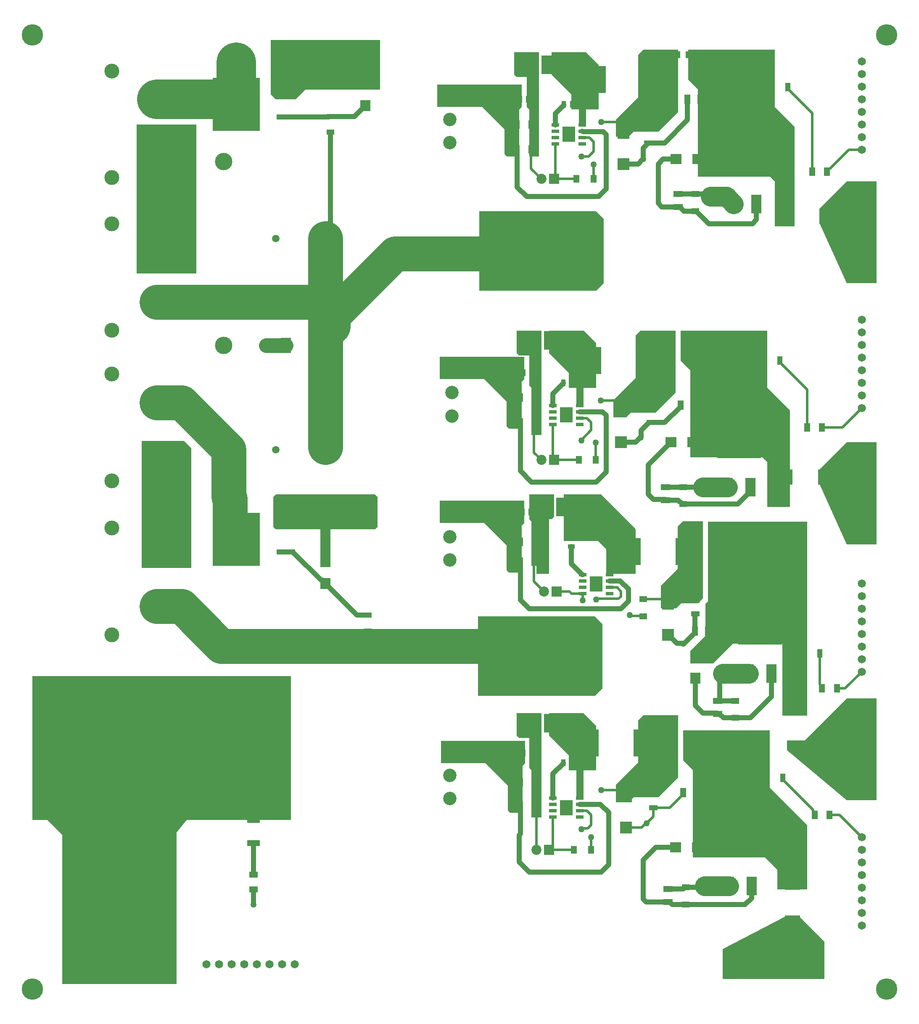
<source format=gtl>
G04*
G04 #@! TF.GenerationSoftware,Altium Limited,Altium Designer,23.1.1 (15)*
G04*
G04 Layer_Physical_Order=1*
G04 Layer_Color=255*
%FSLAX44Y44*%
%MOMM*%
G71*
G04*
G04 #@! TF.SameCoordinates,0EA7A712-66D5-4987-9214-F4AEDCE7AAE5*
G04*
G04*
G04 #@! TF.FilePolarity,Positive*
G04*
G01*
G75*
%ADD15R,2.6416X1.1938*%
%ADD16R,2.4300X2.3700*%
%ADD17R,1.7000X1.1500*%
%ADD18R,1.1500X1.7000*%
%ADD19R,1.0700X1.8200*%
%ADD20R,1.2500X1.5500*%
%ADD21R,1.5500X1.2500*%
%ADD22R,1.9200X1.3000*%
%ADD23R,1.3000X1.9200*%
%ADD24R,2.1500X2.2500*%
%ADD25R,11.6800X2.1600*%
%ADD26R,8.8900X7.0100*%
%ADD27R,2.0300X3.8100*%
%ADD28R,1.5250X0.6500*%
%ADD29R,2.6000X3.1000*%
%ADD30R,1.5000X1.0000*%
%ADD31R,3.8000X1.0500*%
%ADD32R,9.4500X10.6700*%
%ADD33R,2.0000X3.0500*%
%ADD34R,0.9100X1.3900*%
%ADD35R,0.8900X1.4200*%
%ADD36R,2.9000X5.4000*%
%ADD37R,2.2500X2.1500*%
%ADD38R,1.5400X1.6000*%
%ADD39R,5.0600X3.8000*%
%ADD40R,1.0500X1.8000*%
%ADD41R,1.7800X1.0400*%
%ADD42R,1.3900X0.9100*%
%ADD43R,3.0500X2.0000*%
%ADD84C,4.0000*%
%ADD85C,7.0000*%
%ADD86C,1.0000*%
%ADD87C,8.0000*%
%ADD88C,0.5000*%
%ADD89C,2.0000*%
%ADD90C,3.0000*%
%ADD91C,3.5000*%
%ADD92C,1.6500*%
%ADD93C,4.3000*%
%ADD94R,3.3000X3.3000*%
%ADD95C,3.3000*%
%ADD96C,3.0000*%
%ADD97R,1.5000X1.5000*%
%ADD98C,1.5000*%
%ADD99C,2.7000*%
%ADD100R,2.0250X2.0250*%
%ADD101C,2.0250*%
%ADD102C,0.6000*%
%ADD103C,1.2700*%
%ADD104C,2.5400*%
G36*
X740000Y1850000D02*
X590000D01*
X570000Y1830000D01*
X530000D01*
X520000Y1840000D01*
Y1950000D01*
X740000D01*
Y1850000D01*
D02*
G37*
G36*
X1180000Y1900000D02*
Y1810000D01*
X1155000D01*
Y1775000D01*
X1140000D01*
Y1810000D01*
X1125000D01*
Y1840000D01*
X1125000D01*
X1085000Y1880000D01*
Y1925000D01*
X1155000D01*
X1180000Y1900000D01*
D02*
G37*
G36*
X1340000Y1805000D02*
X1300000Y1765000D01*
X1250000D01*
Y1765000D01*
X1240000Y1755000D01*
X1215000D01*
Y1790000D01*
X1260000Y1835000D01*
Y1920000D01*
X1270000Y1930000D01*
X1340000D01*
Y1805000D01*
D02*
G37*
G36*
X1060000Y1715000D02*
X1040000D01*
Y1810000D01*
X1035000Y1815000D01*
Y1875000D01*
X1015000D01*
X1010000Y1880000D01*
Y1925000D01*
X1060000D01*
Y1715000D01*
D02*
G37*
G36*
X1025000Y1815000D02*
X1020000Y1810000D01*
Y1715000D01*
X995000D01*
X990000Y1720000D01*
Y1770000D01*
X945000Y1815000D01*
X855000D01*
Y1860000D01*
X1025000D01*
Y1815000D01*
D02*
G37*
G36*
X1535000D02*
X1575000Y1775000D01*
Y1580000D01*
Y1575000D01*
X1535000D01*
Y1665000D01*
X1525000Y1675000D01*
X1380000D01*
Y1850000D01*
X1360000Y1870000D01*
Y1930000D01*
X1535000D01*
Y1815000D01*
D02*
G37*
G36*
X370000Y1480000D02*
X250000D01*
Y1780000D01*
X370000D01*
Y1480000D01*
D02*
G37*
G36*
X1740000Y1460000D02*
X1680000D01*
X1625000Y1580000D01*
Y1610000D01*
X1680000Y1665000D01*
X1740000D01*
Y1460000D01*
D02*
G37*
G36*
X1190000Y1590000D02*
Y1460000D01*
X1175000Y1445000D01*
X940000D01*
Y1605000D01*
X1175000D01*
X1190000Y1590000D01*
D02*
G37*
G36*
X1175000Y1340000D02*
Y1250000D01*
X1150000D01*
Y1215000D01*
X1135000D01*
Y1250000D01*
X1120000D01*
Y1280000D01*
X1120000D01*
X1080000Y1320000D01*
Y1365000D01*
X1150000D01*
X1175000Y1340000D01*
D02*
G37*
G36*
X1335000Y1240000D02*
X1295000Y1200000D01*
X1245000D01*
Y1200000D01*
X1235000Y1190000D01*
X1210000D01*
Y1225000D01*
X1255000Y1270000D01*
Y1355000D01*
X1265000Y1365000D01*
X1335000D01*
Y1240000D01*
D02*
G37*
G36*
X1030000Y1267500D02*
X1025000Y1262500D01*
Y1167500D01*
X1000000D01*
X995000Y1172500D01*
Y1222500D01*
X950000Y1267500D01*
X860000D01*
Y1312500D01*
X1030000D01*
Y1267500D01*
D02*
G37*
G36*
X1065000Y1155000D02*
X1045000D01*
Y1250000D01*
X1040000Y1255000D01*
Y1315000D01*
X1030451D01*
X1030000Y1315090D01*
X1019910D01*
X1015000Y1320000D01*
Y1365000D01*
X1065000D01*
Y1155000D01*
D02*
G37*
G36*
X1520000Y1250000D02*
X1565000Y1205000D01*
Y1010000D01*
X1520000D01*
Y1100000D01*
X1510000Y1110000D01*
X1365000D01*
Y1285000D01*
X1345000Y1305000D01*
Y1365000D01*
X1520000D01*
Y1250000D01*
D02*
G37*
G36*
X735000Y1030000D02*
Y970000D01*
X730000Y965000D01*
X530000D01*
X525000Y970000D01*
X525000Y1030000D01*
X530000Y1035000D01*
X730000D01*
X735000Y1030000D01*
D02*
G37*
G36*
X1740000Y935000D02*
X1680000D01*
X1625000Y1055000D01*
Y1085000D01*
X1680000Y1140000D01*
X1740000D01*
Y935000D01*
D02*
G37*
G36*
X345000Y1142500D02*
X360000Y1127500D01*
Y887500D01*
X260000D01*
Y1142500D01*
X345000D01*
Y1142500D01*
D02*
G37*
G36*
X1030000Y977500D02*
X1025000Y972500D01*
Y877500D01*
X1000000D01*
X995000Y882500D01*
Y932500D01*
X950000Y977500D01*
X860000D01*
Y1022500D01*
X1030000D01*
Y977500D01*
D02*
G37*
G36*
X1255000Y965000D02*
Y875000D01*
X1195000D01*
Y925000D01*
X1178600Y941400D01*
X1110000D01*
Y1035000D01*
X1185000D01*
X1255000Y965000D01*
D02*
G37*
G36*
X1090000Y990000D02*
X1085000Y985000D01*
X1080000D01*
Y875000D01*
X1055139D01*
Y900000D01*
X1054748Y901966D01*
X1053634Y903634D01*
X1051966Y904748D01*
X1050000Y905139D01*
X1048034Y904748D01*
X1046366Y903634D01*
X1046270Y903489D01*
X1045000Y903875D01*
Y980000D01*
X1040000Y985000D01*
Y1035000D01*
X1090000D01*
Y990000D01*
D02*
G37*
G36*
X1390000Y826321D02*
X1379468Y815789D01*
X1345789D01*
X1335789Y805789D01*
X1305000D01*
Y851321D01*
X1339468Y885789D01*
Y970789D01*
X1349468Y980789D01*
X1390000D01*
Y826321D01*
D02*
G37*
G36*
X1187500Y775000D02*
Y645000D01*
X1172500Y630000D01*
X937500D01*
Y790000D01*
X1172500D01*
X1187500Y775000D01*
D02*
G37*
G36*
X1600000Y590000D02*
X1550000D01*
Y735000D01*
X1450000D01*
X1410000Y695000D01*
X1365000D01*
Y720000D01*
X1395000Y750000D01*
Y815000D01*
X1400000Y820000D01*
Y980000D01*
X1600000D01*
Y590000D01*
D02*
G37*
G36*
X1175000Y570000D02*
Y480000D01*
X1150000D01*
Y424050D01*
X1135000D01*
Y480000D01*
X1120000D01*
X1120000Y510000D01*
X1080000Y550000D01*
Y595000D01*
X1150000D01*
X1175000Y570000D01*
D02*
G37*
G36*
X1740000Y420000D02*
X1680000D01*
X1560000Y520000D01*
Y540000D01*
X1595000D01*
X1680000Y625000D01*
X1740000D01*
Y420000D01*
D02*
G37*
G36*
X1339978Y465752D02*
X1299978Y425752D01*
X1249978D01*
Y425752D01*
X1239978Y415752D01*
X1214978D01*
Y450752D01*
X1259978Y495752D01*
Y580752D01*
X1269978Y590752D01*
X1339978D01*
Y465752D01*
D02*
G37*
G36*
X1032165Y494132D02*
X1027165Y489132D01*
Y394132D01*
X1002165D01*
X997165Y399132D01*
Y449132D01*
X952165Y494132D01*
X862165D01*
Y539132D01*
X1032165D01*
Y494132D01*
D02*
G37*
G36*
X1065000Y385000D02*
X1045000D01*
Y480000D01*
X1040000Y485000D01*
Y545000D01*
X1020000D01*
X1015000Y550000D01*
Y595000D01*
X1065000D01*
Y385000D01*
D02*
G37*
G36*
X1525000Y445000D02*
X1600000Y370000D01*
Y240000D01*
X1540000D01*
Y280000D01*
X1515000Y305000D01*
X1370000D01*
Y480000D01*
X1350000Y500000D01*
Y560000D01*
X1525000D01*
Y445000D01*
D02*
G37*
G36*
X1635000Y135000D02*
Y60000D01*
X1430000D01*
Y120000D01*
X1555000Y185000D01*
X1585000D01*
X1635000Y135000D01*
D02*
G37*
G36*
X560000Y380000D02*
X350000D01*
X330000Y355000D01*
Y50000D01*
X100000D01*
X100000Y350000D01*
X70000Y380000D01*
X40000D01*
Y670000D01*
X560000D01*
Y380000D01*
D02*
G37*
D15*
X485000D02*
D03*
Y333264D02*
D03*
D16*
X1225000Y1140000D02*
D03*
Y1202400D02*
D03*
X1320000Y752600D02*
D03*
Y815000D02*
D03*
X1230000Y1762400D02*
D03*
Y1700000D02*
D03*
X1235000Y427400D02*
D03*
Y365000D02*
D03*
D17*
X485000Y240000D02*
D03*
Y270000D02*
D03*
D18*
X1660000Y645000D02*
D03*
X1630000D02*
D03*
X1610000Y1685000D02*
D03*
X1640000D02*
D03*
X1600000Y1170000D02*
D03*
X1630000D02*
D03*
X1615000Y390000D02*
D03*
X1645000D02*
D03*
D19*
X1050000Y900000D02*
D03*
X1022400D02*
D03*
X1050000Y410000D02*
D03*
X1022400D02*
D03*
X1016200Y1730000D02*
D03*
X1043800D02*
D03*
X1016200Y1780000D02*
D03*
X1043800D02*
D03*
X1022400Y1180000D02*
D03*
X1050000D02*
D03*
X1022400Y1230000D02*
D03*
X1050000D02*
D03*
X1022400Y940000D02*
D03*
X1050000D02*
D03*
X1022400Y455000D02*
D03*
X1050000D02*
D03*
D20*
X1130000Y320000D02*
D03*
X1164500D02*
D03*
X1140000Y1105000D02*
D03*
X1174500D02*
D03*
X1135000Y1670000D02*
D03*
X1169500D02*
D03*
D21*
X1375000Y1639500D02*
D03*
Y1605000D02*
D03*
X1350000Y1050000D02*
D03*
Y1015500D02*
D03*
X1270000Y790000D02*
D03*
Y824500D02*
D03*
X1455000Y620000D02*
D03*
Y585500D02*
D03*
X1355000Y244500D02*
D03*
Y210000D02*
D03*
D22*
X1340000Y1640000D02*
D03*
Y1613800D02*
D03*
X1315000Y1050000D02*
D03*
Y1023800D02*
D03*
X1420000Y620000D02*
D03*
Y593800D02*
D03*
X1320000Y241200D02*
D03*
Y215000D02*
D03*
D23*
X1373800Y760000D02*
D03*
X1400000D02*
D03*
X1376200Y435000D02*
D03*
X1350000D02*
D03*
X1371200Y1215000D02*
D03*
X1345000D02*
D03*
X1385000Y1830000D02*
D03*
X1358800D02*
D03*
D24*
X1375000Y665000D02*
D03*
Y709000D02*
D03*
X710000Y1818000D02*
D03*
Y1862000D02*
D03*
X630000Y856000D02*
D03*
Y900000D02*
D03*
D25*
X1505000Y813950D02*
D03*
X1475000Y1758950D02*
D03*
X1462850Y1189050D02*
D03*
X1465000Y385850D02*
D03*
D26*
X1505000Y768100D02*
D03*
X1475000Y1713100D02*
D03*
X1462850Y1143200D02*
D03*
X1465000Y340000D02*
D03*
D27*
X1527850Y674900D02*
D03*
X1482150D02*
D03*
X1452150Y1619900D02*
D03*
X1497850D02*
D03*
X1440000Y1050000D02*
D03*
X1485700D02*
D03*
X1442150Y246800D02*
D03*
X1487850D02*
D03*
D28*
X1092880Y1779050D02*
D03*
Y1766350D02*
D03*
Y1753650D02*
D03*
Y1740950D02*
D03*
X1147120D02*
D03*
Y1753650D02*
D03*
Y1766350D02*
D03*
Y1779050D02*
D03*
X1087880Y1214050D02*
D03*
Y1201350D02*
D03*
Y1188650D02*
D03*
Y1175950D02*
D03*
X1142120D02*
D03*
Y1188650D02*
D03*
Y1201350D02*
D03*
Y1214050D02*
D03*
X1147880Y874050D02*
D03*
Y861350D02*
D03*
Y848650D02*
D03*
Y835950D02*
D03*
X1202120D02*
D03*
Y848650D02*
D03*
Y861350D02*
D03*
Y874050D02*
D03*
X1087880Y424050D02*
D03*
Y411350D02*
D03*
Y398650D02*
D03*
Y385950D02*
D03*
X1142120D02*
D03*
Y398650D02*
D03*
Y411350D02*
D03*
Y424050D02*
D03*
D29*
X1120000Y1760000D02*
D03*
X1115000Y1195000D02*
D03*
X1175000Y855000D02*
D03*
X1115000Y405000D02*
D03*
D30*
X715000Y760000D02*
D03*
Y792000D02*
D03*
X640000Y1796000D02*
D03*
Y1764000D02*
D03*
D31*
X550000Y1794600D02*
D03*
Y1845400D02*
D03*
Y919600D02*
D03*
Y970400D02*
D03*
D32*
X450000Y1820000D02*
D03*
Y945000D02*
D03*
D33*
X550000Y1335000D02*
D03*
X622000D02*
D03*
X1635000Y1595000D02*
D03*
X1563000D02*
D03*
X1632000Y1070000D02*
D03*
X1560000D02*
D03*
D34*
X1110000Y1820000D02*
D03*
X1126400D02*
D03*
X1021800Y1830000D02*
D03*
X1038200D02*
D03*
X1108600Y1260000D02*
D03*
X1125000D02*
D03*
X1028600Y1280000D02*
D03*
X1045000D02*
D03*
X1026800Y1000000D02*
D03*
X1043200D02*
D03*
X1108600Y495000D02*
D03*
X1125000D02*
D03*
X1028600Y515000D02*
D03*
X1045000D02*
D03*
D35*
X1340300Y1920000D02*
D03*
X1359700D02*
D03*
X1330000Y1355000D02*
D03*
X1349400D02*
D03*
X1385300Y970000D02*
D03*
X1404700D02*
D03*
X1335000Y530000D02*
D03*
X1354400D02*
D03*
D36*
X1180000Y1870000D02*
D03*
X1279000D02*
D03*
X1171000Y1305000D02*
D03*
X1270000D02*
D03*
X1250000Y920000D02*
D03*
X1349000D02*
D03*
X1165500Y535000D02*
D03*
X1264500D02*
D03*
D37*
X1380000Y1710000D02*
D03*
X1336000D02*
D03*
X1370000Y1140000D02*
D03*
X1326000D02*
D03*
X1379000Y325000D02*
D03*
X1335000D02*
D03*
D38*
X1051000Y1889350D02*
D03*
Y1910650D02*
D03*
X1056000Y1334350D02*
D03*
Y1355650D02*
D03*
X1081000Y999350D02*
D03*
Y1020650D02*
D03*
X1056000Y564350D02*
D03*
Y585650D02*
D03*
D39*
X1090000Y1900000D02*
D03*
X1095000Y1345000D02*
D03*
X1120000Y1010000D02*
D03*
X1095000Y575000D02*
D03*
D40*
X1530000Y1855000D02*
D03*
X1561000D02*
D03*
X1514000Y1305000D02*
D03*
X1545000D02*
D03*
X1594000Y715000D02*
D03*
X1625000D02*
D03*
X1519500Y465000D02*
D03*
X1550500D02*
D03*
D41*
X1280000Y1770000D02*
D03*
Y1742600D02*
D03*
X1285000Y1207400D02*
D03*
Y1180000D02*
D03*
X1375000Y822400D02*
D03*
Y795000D02*
D03*
X1290000Y432400D02*
D03*
Y405000D02*
D03*
D42*
X1125000Y930000D02*
D03*
Y946400D02*
D03*
D43*
X1575000Y530000D02*
D03*
Y602000D02*
D03*
X1570000Y178000D02*
D03*
Y250000D02*
D03*
D84*
X1390000Y1050000D02*
X1440000D01*
X1430100Y674900D02*
X1482150D01*
X1393200Y246800D02*
X1442150D01*
X1430000Y1635000D02*
X1437050D01*
X1405000D02*
X1430000D01*
X1437050D02*
X1452150Y1619900D01*
D85*
X970000Y1525000D02*
X1045000D01*
X630000Y1130000D02*
Y1358000D01*
X420000Y730000D02*
X980000D01*
X340000Y810000D02*
X420000Y730000D01*
X290000Y810000D02*
X340000D01*
X437750Y957250D02*
X450000Y945000D01*
X437750Y957250D02*
Y1027250D01*
X435000Y1030000D02*
X437750Y1027250D01*
X340000Y1220000D02*
X435000Y1125000D01*
Y1030000D02*
Y1125000D01*
X290000Y1220000D02*
X340000D01*
X657700Y1407300D02*
X770400Y1520000D01*
X630000Y1358000D02*
X645000Y1373000D01*
X630000Y1358000D02*
Y1410400D01*
X642300Y1422700D01*
X340000D02*
X642300D01*
X290000D02*
X340000D01*
X630000Y1435000D02*
X642300Y1422700D01*
X630000Y1435000D02*
Y1550000D01*
X645000Y1373000D02*
Y1420000D01*
X770400Y1520000D02*
X965000D01*
X970000Y1525000D01*
D86*
X485000Y270000D02*
Y333264D01*
X1475000Y210000D02*
X1487850Y222850D01*
Y246800D01*
X1355000Y210000D02*
X1475000D01*
X1323100Y215000D02*
X1328100Y210000D01*
X1320000Y215000D02*
X1323100D01*
X1328100Y210000D02*
X1355000D01*
X1275858Y215000D02*
X1320000D01*
X1270000Y220858D02*
Y300000D01*
Y220858D02*
X1275858Y215000D01*
X1295000Y325000D02*
X1335000D01*
X1270000Y300000D02*
X1295000Y325000D01*
X1350200Y241200D02*
X1353500Y244500D01*
X1320000Y241200D02*
X1350200D01*
X1353500Y244500D02*
X1355000D01*
X1355250Y244750D01*
X1389750D01*
X1390000Y245000D01*
X1020000Y349425D02*
X1022400Y351825D01*
X1020000Y295000D02*
Y349425D01*
X1022400Y351825D02*
Y410000D01*
X1040000Y275000D02*
X1185000D01*
X1020000Y295000D02*
X1040000Y275000D01*
X1185000D02*
X1200000Y290000D01*
Y395000D01*
X1183650Y411350D02*
X1200000Y395000D01*
X1142120Y411350D02*
X1183650D01*
X1054600Y394600D02*
X1055000Y395000D01*
X1087880Y424050D02*
Y472780D01*
X1108600Y493500D02*
Y495000D01*
X1087880Y472780D02*
X1108600Y493500D01*
X1423919Y621500D02*
Y674832D01*
X1424435Y675349D01*
X1422419Y620000D02*
X1423919Y621500D01*
X1420000Y620000D02*
X1422419D01*
X1455000D01*
X1485500Y585500D02*
X1527850Y627850D01*
Y674900D01*
X1455000Y585500D02*
X1485500D01*
X1431400D02*
X1455000D01*
X1420000Y593800D02*
X1423100D01*
X1431400Y585500D01*
X1390000Y595000D02*
X1418800D01*
X1420000Y593800D01*
X1375000Y610000D02*
X1390000Y595000D01*
X1375000Y610000D02*
Y665000D01*
X1374000Y795000D02*
X1375000D01*
X1373800Y760000D02*
Y794800D01*
X1374000Y795000D01*
X1352417Y735517D02*
X1373800Y756900D01*
X1350517Y735517D02*
X1352417D01*
X1350000Y735000D02*
X1350517Y735517D01*
X1373800Y756900D02*
Y760000D01*
X1320300Y752600D02*
X1337383Y735517D01*
X1349483D02*
X1350000Y735000D01*
X1320000Y752600D02*
X1320300D01*
X1337383Y735517D02*
X1349483D01*
X1202120Y861350D02*
X1223650D01*
X1240000Y845000D01*
Y820000D02*
Y845000D01*
X1225000Y805000D02*
X1240000Y820000D01*
X1040000Y805000D02*
X1225000D01*
X1022400Y822600D02*
X1040000Y805000D01*
X1022400Y822600D02*
Y900000D01*
X1125000Y896055D02*
X1147005Y874050D01*
X1147880D01*
X1125000Y896055D02*
Y930000D01*
X1313100Y1180000D02*
X1345000Y1211900D01*
X1285000Y1180000D02*
X1313100D01*
X1345000Y1211900D02*
Y1215000D01*
X1264269Y1150000D02*
X1265000D01*
X1225000Y1140000D02*
X1254269D01*
X1264269Y1150000D01*
X1265517Y1164217D02*
X1281300Y1180000D01*
X1265517Y1150517D02*
Y1164217D01*
X1265000Y1150000D02*
X1265517Y1150517D01*
X1281300Y1180000D02*
X1285000D01*
X1350000Y1050000D02*
X1390000D01*
X1313800Y1025000D02*
X1315000Y1023800D01*
X1290000Y1025000D02*
X1313800D01*
X1280000Y1035000D02*
X1290000Y1025000D01*
X1280000Y1094500D02*
X1325500Y1140000D01*
X1280000Y1035000D02*
Y1094500D01*
X1325500Y1140000D02*
X1326000D01*
X1315000Y1023800D02*
X1340200D01*
X1348500Y1015500D01*
X1350000D01*
X1460100D01*
X1485700Y1041100D02*
Y1050000D01*
X1460100Y1015500D02*
X1485700Y1041100D01*
X1315000Y1050000D02*
X1350000D01*
X1142120Y1201350D02*
X1187792D01*
X1195000Y1194142D01*
Y1080000D02*
Y1194142D01*
X1175000Y1060000D02*
X1195000Y1080000D01*
X1045000Y1060000D02*
X1175000D01*
X1022400Y1082600D02*
X1045000Y1060000D01*
X1022400Y1082600D02*
Y1180000D01*
X1087880Y1237780D02*
X1108600Y1258500D01*
Y1260000D01*
X1087880Y1214050D02*
Y1237780D01*
X630000Y855500D02*
Y856000D01*
Y855500D02*
X693500Y792000D01*
X715000D01*
X550000Y919600D02*
X563750D01*
X621100Y862250D01*
X624250D01*
X630000Y856500D01*
Y856000D02*
Y856500D01*
X485000Y210000D02*
Y240000D01*
X630000Y1550000D02*
X640000Y1560000D01*
Y1764000D01*
X1376500Y1605000D02*
X1401500Y1580000D01*
X1490000D01*
X1375000Y1605000D02*
X1376500D01*
X1490000Y1580000D02*
X1497850Y1587850D01*
Y1619900D01*
X1351900Y1605000D02*
X1375000D01*
X1340000Y1613800D02*
X1343100D01*
X1351900Y1605000D01*
X1300000Y1620858D02*
X1307058Y1613800D01*
X1300000Y1620858D02*
Y1700000D01*
X1307058Y1613800D02*
X1340000D01*
X1300000Y1700000D02*
X1310000Y1710000D01*
X1336000D01*
X1270000Y1732600D02*
X1280000Y1742600D01*
X1270000Y1710000D02*
Y1732600D01*
X1312600Y1742600D02*
X1358800Y1788800D01*
Y1830000D01*
X1280000Y1742600D02*
X1312600D01*
X1230000Y1700000D02*
X1259269D01*
X1269269Y1710000D01*
X1270000D01*
X1374750Y1639750D02*
X1375000Y1639500D01*
X1340250Y1639750D02*
X1374750D01*
X1340000Y1640000D02*
X1340250Y1639750D01*
X1404269Y1635000D02*
X1405000D01*
X1375000Y1639500D02*
X1399769D01*
X1404269Y1635000D01*
X1189142Y1765000D02*
X1195000Y1759142D01*
Y1650000D02*
Y1759142D01*
X1148470Y1765000D02*
X1189142D01*
X1180000Y1635000D02*
X1195000Y1650000D01*
X1147120Y1766350D02*
X1148470Y1765000D01*
X1035000Y1635000D02*
X1180000D01*
X1016200Y1653800D02*
X1035000Y1635000D01*
X1016200Y1653800D02*
Y1730000D01*
X1110000Y1818500D02*
Y1820000D01*
X1092880Y1801380D02*
X1110000Y1818500D01*
X1092880Y1779050D02*
Y1801380D01*
X688500Y1796000D02*
X710000Y1817500D01*
X640000Y1796000D02*
X688500D01*
X710000Y1817500D02*
Y1818000D01*
X636100Y1794600D02*
X637500Y1796000D01*
X640000D01*
X550000Y1794600D02*
X636100D01*
D87*
X450000Y1822750D02*
Y1905000D01*
Y1820000D02*
Y1822750D01*
X340000Y1830000D02*
X442750D01*
X450000Y1822750D01*
X290000Y1830000D02*
X340000D01*
D88*
X1050000Y860000D02*
Y900000D01*
X1290000Y405000D02*
X1323100D01*
X1350000Y431900D01*
Y435000D01*
X1290000Y386519D02*
Y405000D01*
X1276832Y373351D02*
X1290000Y386519D01*
X1274749Y373351D02*
X1276832D01*
X1235000Y365000D02*
X1266397D01*
X1274749Y373351D01*
X1645000Y390000D02*
X1665400D01*
X1710000Y345400D01*
X1550500Y461250D02*
X1611750Y400000D01*
X1550500Y461250D02*
Y465000D01*
X1611750Y393250D02*
Y400000D01*
Y393250D02*
X1615000Y390000D01*
X1185000Y440000D02*
X1225000D01*
X1146623Y362882D02*
X1157882D01*
X1165000Y370000D01*
Y390000D01*
X1145150Y361409D02*
X1146623Y362882D01*
X1156350Y398650D02*
X1165000Y390000D01*
X1164750Y320250D02*
Y344750D01*
X1164500Y320000D02*
X1164750Y320250D01*
Y344750D02*
X1165000Y345000D01*
X1142120Y398650D02*
X1156350D01*
X1080000Y320000D02*
X1087880Y327880D01*
Y385950D01*
X1080000Y320000D02*
X1130000D01*
X1054600D02*
Y394600D01*
X1676600Y645000D02*
X1710000Y678400D01*
X1660000Y645000D02*
X1676600D01*
X1625000Y652750D02*
Y715000D01*
Y652750D02*
X1630000Y647750D01*
Y645000D02*
Y647750D01*
X1319700Y815000D02*
X1320000D01*
X1270000Y824500D02*
X1310200D01*
X1319700Y815000D01*
X1243940Y791060D02*
X1268940D01*
X1242880Y792120D02*
X1243940Y791060D01*
X1268940D02*
X1270000Y790000D01*
X1147880Y822120D02*
Y835950D01*
X1176494Y825000D02*
X1220000D01*
X1175351Y823857D02*
X1176494Y825000D01*
X1220000D02*
X1225000Y830000D01*
Y840000D01*
X1217100Y847900D02*
X1225000Y840000D01*
X1202870Y847900D02*
X1217100D01*
X1202120Y848650D02*
X1202870Y847900D01*
X1095400Y840000D02*
X1121240D01*
X1125290Y835950D01*
X1147880D01*
X1050000Y860000D02*
X1070000Y840000D01*
X1670800Y1170000D02*
X1710000Y1209200D01*
X1630000Y1170000D02*
X1670800D01*
X1545000Y1301250D02*
X1600000Y1246250D01*
Y1170000D02*
Y1246250D01*
X1545000Y1301250D02*
Y1305000D01*
X1219500Y1224500D02*
X1220000Y1225000D01*
X1184500Y1224500D02*
X1219500D01*
X1145000Y1145000D02*
X1165000Y1165000D01*
Y1180000D01*
X1156350Y1188650D02*
X1165000Y1180000D01*
X1142120Y1188650D02*
X1156350D01*
X1174500Y1105000D02*
Y1139500D01*
X1090000Y1105000D02*
X1140000D01*
X1050000Y1119600D02*
Y1180000D01*
Y1119600D02*
X1064600Y1105000D01*
X1087880Y1107120D02*
Y1175950D01*
Y1107120D02*
X1090000Y1105000D01*
X1640000Y1685000D02*
Y1687750D01*
X1643250Y1691000D01*
X1646000D01*
X1684200Y1729200D01*
X1710000D01*
X1561000Y1851250D02*
X1610000Y1802250D01*
X1561000Y1851250D02*
Y1855000D01*
X1610000Y1685000D02*
Y1802250D01*
X1145000Y1715000D02*
X1160000D01*
X1170000Y1725000D01*
Y1745000D01*
X1161350Y1753650D02*
X1170000Y1745000D01*
X1147120Y1753650D02*
X1161350D01*
X1185000Y1785000D02*
X1230000D01*
X1169500Y1670000D02*
Y1699500D01*
X1090000Y1670000D02*
X1135000D01*
X1092880Y1672880D02*
Y1740950D01*
X1090000Y1670000D02*
X1092880Y1672880D01*
X1043800Y1690800D02*
Y1730000D01*
Y1690800D02*
X1064600Y1670000D01*
D89*
X630000Y900000D02*
Y975000D01*
D90*
X510000Y1335000D02*
X550000D01*
D91*
X1043091Y1527771D02*
D03*
X1045000Y715000D02*
D03*
X300651Y470109D02*
D03*
X225651D02*
D03*
X438090Y1038465D02*
D03*
X450000Y1905000D02*
D03*
X425000Y1335000D02*
D03*
Y1705000D02*
D03*
D92*
X1710000Y611600D02*
D03*
Y586200D02*
D03*
Y560800D02*
D03*
Y535400D02*
D03*
Y510000D02*
D03*
Y484600D02*
D03*
Y459200D02*
D03*
Y433800D02*
D03*
X307000Y90000D02*
D03*
X281600D02*
D03*
X256200D02*
D03*
X230800D02*
D03*
X205400D02*
D03*
X180000D02*
D03*
X154600D02*
D03*
X129200D02*
D03*
X1710000Y949200D02*
D03*
Y974600D02*
D03*
Y1000000D02*
D03*
Y1025400D02*
D03*
Y1050800D02*
D03*
Y1076200D02*
D03*
Y1101600D02*
D03*
Y1127000D02*
D03*
Y1473800D02*
D03*
Y1499200D02*
D03*
Y1524600D02*
D03*
Y1550000D02*
D03*
Y1575400D02*
D03*
Y1600800D02*
D03*
Y1626200D02*
D03*
Y1651600D02*
D03*
X567800Y90000D02*
D03*
X542400D02*
D03*
X517000D02*
D03*
X491600D02*
D03*
X466200D02*
D03*
X440800D02*
D03*
X415400D02*
D03*
X390000D02*
D03*
X1710000Y345400D02*
D03*
Y320000D02*
D03*
Y294600D02*
D03*
Y269200D02*
D03*
Y243800D02*
D03*
Y218400D02*
D03*
Y193000D02*
D03*
Y167600D02*
D03*
Y1209200D02*
D03*
Y1234600D02*
D03*
Y1260000D02*
D03*
Y1285400D02*
D03*
Y1310800D02*
D03*
Y1336200D02*
D03*
Y1361600D02*
D03*
Y1387000D02*
D03*
X1620800Y90000D02*
D03*
X1595400D02*
D03*
X1570000D02*
D03*
X1544600D02*
D03*
X1519200D02*
D03*
X1493800D02*
D03*
X1468400D02*
D03*
X1443000D02*
D03*
X1710000Y1729200D02*
D03*
Y1754600D02*
D03*
Y1780000D02*
D03*
Y1805400D02*
D03*
Y1830800D02*
D03*
Y1856200D02*
D03*
Y1881600D02*
D03*
Y1907000D02*
D03*
Y678400D02*
D03*
Y703800D02*
D03*
Y729200D02*
D03*
Y754600D02*
D03*
Y780000D02*
D03*
Y805400D02*
D03*
Y830800D02*
D03*
Y856200D02*
D03*
D93*
X40000Y40000D02*
D03*
X1760000D02*
D03*
Y1960000D02*
D03*
X40000D02*
D03*
D94*
X290000Y1730000D02*
D03*
Y1422700D02*
D03*
Y1120000D02*
D03*
Y810000D02*
D03*
D95*
X340000Y1730000D02*
D03*
X290000Y1830000D02*
D03*
X340000D02*
D03*
Y1422700D02*
D03*
X290000Y1522700D02*
D03*
X340000D02*
D03*
Y1120000D02*
D03*
X290000Y1220000D02*
D03*
X340000D02*
D03*
Y810000D02*
D03*
X290000Y910000D02*
D03*
X340000D02*
D03*
D96*
X200000Y1672700D02*
D03*
Y1887300D02*
D03*
Y1365400D02*
D03*
Y1580000D02*
D03*
Y1062700D02*
D03*
Y1277300D02*
D03*
Y752700D02*
D03*
Y967300D02*
D03*
D97*
X630000Y1125000D02*
D03*
Y1550000D02*
D03*
D98*
X530000Y1125000D02*
D03*
Y1550000D02*
D03*
D99*
X880000Y1743000D02*
D03*
Y1790000D02*
D03*
Y1837000D02*
D03*
X885000Y1193000D02*
D03*
Y1240000D02*
D03*
Y1287000D02*
D03*
X880000Y903000D02*
D03*
Y950000D02*
D03*
Y997000D02*
D03*
Y423000D02*
D03*
Y470000D02*
D03*
Y517000D02*
D03*
D100*
X1090000Y1670000D02*
D03*
Y1105000D02*
D03*
X1095400Y840000D02*
D03*
X1080000Y320000D02*
D03*
D101*
X1064600Y1670000D02*
D03*
Y1105000D02*
D03*
X1070000Y840000D02*
D03*
X1054600Y320000D02*
D03*
D102*
X1120000Y395000D02*
D03*
X1110000D02*
D03*
X1120000Y405000D02*
D03*
X1110000D02*
D03*
X1120000Y415000D02*
D03*
X1110000D02*
D03*
X1180000Y845000D02*
D03*
X1170000D02*
D03*
X1180000Y855000D02*
D03*
X1170000D02*
D03*
X1180000Y865000D02*
D03*
X1170000D02*
D03*
X1115000Y1770000D02*
D03*
X1120000Y1185000D02*
D03*
X1110000D02*
D03*
Y1195000D02*
D03*
X1120000D02*
D03*
Y1205000D02*
D03*
X1110000D02*
D03*
X1125000Y1770000D02*
D03*
Y1760000D02*
D03*
X1115000D02*
D03*
Y1750000D02*
D03*
X1125000D02*
D03*
D103*
X1276832Y373351D02*
D03*
X1410000Y245000D02*
D03*
X1390000D02*
D03*
X1185000Y440000D02*
D03*
X1165000Y345000D02*
D03*
X1145150Y361409D02*
D03*
X1053230Y434688D02*
D03*
Y489688D02*
D03*
Y539688D02*
D03*
X1033230Y569688D02*
D03*
X1445000Y675000D02*
D03*
X1424435Y675349D02*
D03*
X1350000Y735000D02*
D03*
X1242880Y792120D02*
D03*
X1147880Y822120D02*
D03*
X1175351Y823857D02*
D03*
X1060000Y960000D02*
D03*
Y920000D02*
D03*
Y985000D02*
D03*
Y1025000D02*
D03*
X1265000Y1150000D02*
D03*
X1410009Y1050003D02*
D03*
X1390000Y1050000D02*
D03*
X1184500Y1224500D02*
D03*
X1145351Y1143857D02*
D03*
X1174500Y1139500D02*
D03*
X1055000Y1205000D02*
D03*
Y1260000D02*
D03*
Y1300000D02*
D03*
X1030000Y1340000D02*
D03*
X485000Y210000D02*
D03*
X1270000Y1710000D02*
D03*
X1430000Y1635000D02*
D03*
X1405000D02*
D03*
X1145000Y1715000D02*
D03*
X1185000Y1785000D02*
D03*
X1169500Y1699500D02*
D03*
X1025000Y1900000D02*
D03*
X1050000Y1855000D02*
D03*
Y1805000D02*
D03*
Y1755000D02*
D03*
D104*
X1160000Y660000D02*
D03*
Y715000D02*
D03*
Y765000D02*
D03*
X1105000Y660000D02*
D03*
X1045000D02*
D03*
X1105000Y715000D02*
D03*
Y765000D02*
D03*
X1045000D02*
D03*
X715000Y980000D02*
D03*
Y1020000D02*
D03*
X685000Y1000000D02*
D03*
X655000Y980000D02*
D03*
Y1020000D02*
D03*
X630000Y1000000D02*
D03*
X600000Y980000D02*
D03*
Y1020000D02*
D03*
X570000Y1000000D02*
D03*
X545000Y1020000D02*
D03*
X520000Y415000D02*
D03*
Y470000D02*
D03*
Y525000D02*
D03*
Y585000D02*
D03*
Y640000D02*
D03*
X75000Y585000D02*
D03*
Y525000D02*
D03*
Y470000D02*
D03*
Y415000D02*
D03*
X150000D02*
D03*
Y470000D02*
D03*
Y525000D02*
D03*
Y585000D02*
D03*
X225000D02*
D03*
Y525000D02*
D03*
Y415000D02*
D03*
X300000D02*
D03*
Y525000D02*
D03*
Y585000D02*
D03*
X375000D02*
D03*
Y525000D02*
D03*
Y470000D02*
D03*
Y415000D02*
D03*
X450000D02*
D03*
Y470000D02*
D03*
Y525000D02*
D03*
Y585000D02*
D03*
Y640000D02*
D03*
X375000D02*
D03*
X300000D02*
D03*
X225000D02*
D03*
X150000D02*
D03*
X75000D02*
D03*
X510000Y1335000D02*
D03*
X1045000Y1475000D02*
D03*
Y1575000D02*
D03*
X1155000Y1475000D02*
D03*
X1100000D02*
D03*
Y1525000D02*
D03*
Y1575000D02*
D03*
X1155000Y1525000D02*
D03*
Y1575000D02*
D03*
X570000Y1910000D02*
D03*
X690000D02*
D03*
X630000D02*
D03*
X720000Y1890000D02*
D03*
X660000D02*
D03*
X600000D02*
D03*
X540000D02*
D03*
X720000Y1930000D02*
D03*
X660000D02*
D03*
X600000D02*
D03*
X540000D02*
D03*
M02*

</source>
